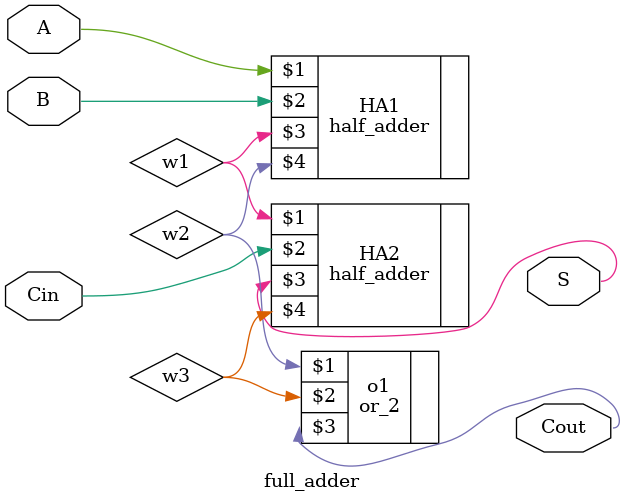
<source format=v>
`include "or_2.v"
`include "half_adder.v"

module full_adder(A, B, Cin, S, Cout);

	input A, B, Cin;
	output S, Cout;
	wire w1, w2, w3;

half_adder HA1(A, B, w1, w2);
half_adder HA2(w1, Cin, S, w3);
or_2 o1(w2, w3, Cout);

endmodule

</source>
